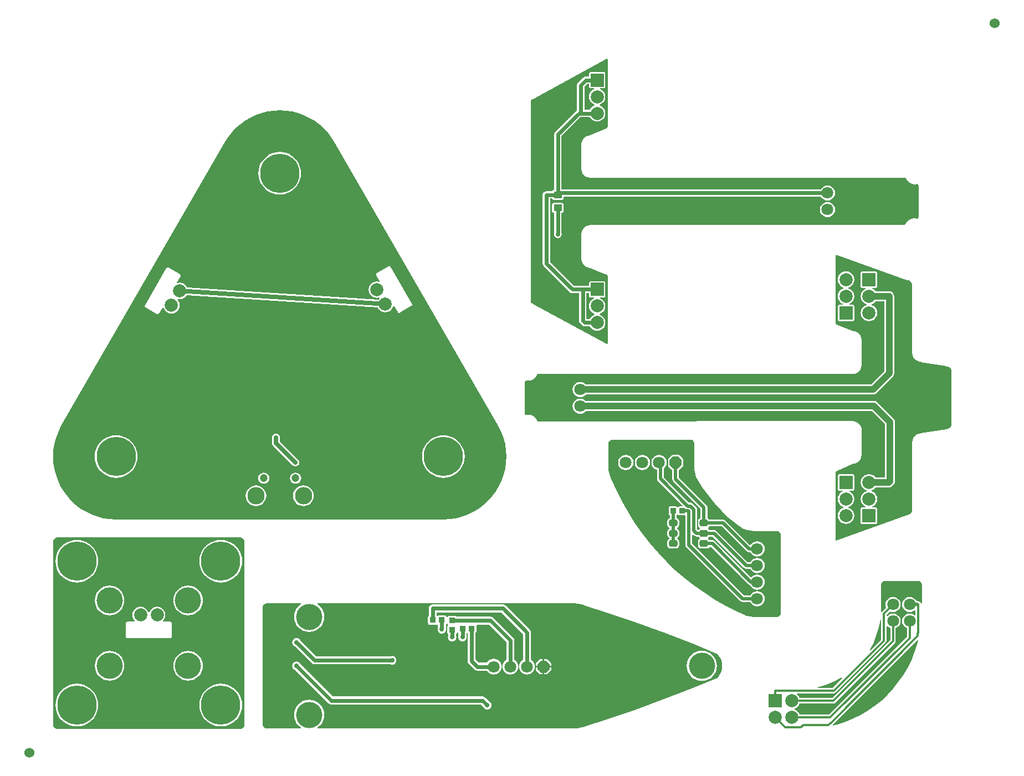
<source format=gbl>
G04 Layer_Physical_Order=2*
G04 Layer_Color=16711680*
%FSLAX44Y44*%
%MOMM*%
G71*
G01*
G75*
%ADD10C,1.0000*%
%ADD11R,0.8500X0.8500*%
%ADD13C,0.6000*%
%ADD14R,1.2500X1.0000*%
%ADD15R,0.8500X0.8500*%
%ADD17C,0.5000*%
%ADD18C,0.3000*%
G04:AMPARAMS|DCode=24|XSize=1.3mm|YSize=1mm|CornerRadius=0.25mm|HoleSize=0mm|Usage=FLASHONLY|Rotation=180.000|XOffset=0mm|YOffset=0mm|HoleType=Round|Shape=RoundedRectangle|*
%AMROUNDEDRECTD24*
21,1,1.3000,0.5000,0,0,180.0*
21,1,0.8000,1.0000,0,0,180.0*
1,1,0.5000,-0.4000,0.2500*
1,1,0.5000,0.4000,0.2500*
1,1,0.5000,0.4000,-0.2500*
1,1,0.5000,-0.4000,-0.2500*
%
%ADD24ROUNDEDRECTD24*%
%ADD25C,0.7000*%
%ADD28C,1.5240*%
%ADD29C,1.8000*%
%ADD30R,2.0000X2.0000*%
%ADD31C,2.0000*%
%ADD32C,4.0000*%
%ADD33C,6.0000*%
%ADD34C,0.7000*%
%ADD35P,1.9483X8X202.5*%
%ADD36C,1.2000*%
%ADD37C,2.6400*%
G36*
X901146Y1077355D02*
X901146Y976277D01*
X901146Y976102D01*
X901132Y974863D01*
X901030Y974137D01*
X901126Y974802D01*
X900962Y973655D01*
X900921Y973448D01*
X900226Y972409D01*
X899187Y971715D01*
X898871Y971652D01*
X898871Y971652D01*
X898483Y971470D01*
X874007Y961039D01*
X871396Y960695D01*
X868046Y959308D01*
X865170Y957101D01*
X862962Y954224D01*
X861575Y950875D01*
X861102Y947280D01*
X861102D01*
X861145Y947237D01*
X861063Y910386D01*
X860977Y909952D01*
X860932D01*
X861405Y906358D01*
X862793Y903008D01*
X865000Y900131D01*
X867876Y897924D01*
X871226Y896537D01*
X874821Y896064D01*
Y896091D01*
X874822Y896093D01*
X1356633Y896306D01*
X1357962Y893097D01*
X1360170Y890221D01*
X1363046Y888014D01*
X1366396Y886626D01*
X1369990Y886153D01*
Y886153D01*
X1371231Y886224D01*
X1374305Y886290D01*
X1375226Y885674D01*
X1375921Y884635D01*
X1375962Y884428D01*
X1376126Y883282D01*
X1376030Y883946D01*
X1375962Y884428D01*
X1375954Y884468D01*
X1376030Y883946D01*
X1376132Y883220D01*
X1376147Y881981D01*
X1376147Y881806D01*
Y838277D01*
X1376147Y838102D01*
X1376132Y836863D01*
X1376030Y836137D01*
X1376126Y836802D01*
X1375962Y835655D01*
X1375921Y835448D01*
X1375226Y834409D01*
X1374294Y833786D01*
X1369218Y833840D01*
X1368990Y833885D01*
Y833931D01*
X1365396Y833457D01*
X1362046Y832070D01*
X1359169Y829863D01*
X1356962Y826986D01*
X1355633Y823778D01*
X874992Y823991D01*
X874990Y824036D01*
X871396Y823562D01*
X868046Y822175D01*
X865170Y819968D01*
X862962Y817091D01*
X861575Y813742D01*
X861178Y810726D01*
X861062Y810138D01*
X861146Y772065D01*
X861102Y772020D01*
X861102D01*
X861575Y768425D01*
X862962Y765075D01*
X865170Y762199D01*
X868046Y759992D01*
X871396Y758604D01*
X874146Y758242D01*
X897428Y749029D01*
X897743Y748905D01*
X898862Y748435D01*
X899015Y748355D01*
X898875Y748429D01*
X899898Y747889D01*
X899015Y748355D01*
X899975Y747842D01*
X900226Y747674D01*
X900921Y746635D01*
X900962Y746428D01*
X901126Y745282D01*
X901030Y745946D01*
X900962Y746428D01*
X900954Y746468D01*
X901030Y745946D01*
X901132Y745220D01*
X901146Y743981D01*
X901146Y743806D01*
X901146Y642728D01*
X900055Y642078D01*
X787294Y703165D01*
X786821Y703421D01*
X786469Y703587D01*
X786461Y703593D01*
X786213Y703709D01*
X785155Y704280D01*
X784600Y704651D01*
X783834Y705798D01*
Y1014285D01*
X784600Y1015432D01*
X785926Y1016318D01*
X786213Y1016375D01*
X786213Y1016375D01*
X786455Y1016489D01*
X786461Y1016490D01*
X786470Y1016496D01*
X786821Y1016662D01*
X900055Y1078005D01*
X901146Y1077355D01*
D02*
G37*
G36*
X409431Y998768D02*
X418771Y997383D01*
X427931Y995089D01*
X436821Y991907D01*
X445357Y987870D01*
X453456Y983016D01*
X461041Y977391D01*
X468037Y971050D01*
X474378Y964053D01*
X480003Y956469D01*
X483239Y951071D01*
X483274Y951091D01*
X733274Y518078D01*
X733239Y518058D01*
X734857Y515357D01*
X738895Y506821D01*
X742076Y497931D01*
X744370Y488771D01*
X745756Y479431D01*
X746219Y470000D01*
X745756Y460569D01*
X744370Y451229D01*
X742076Y442069D01*
X738895Y433179D01*
X734857Y424643D01*
X730003Y416544D01*
X724378Y408959D01*
X718037Y401963D01*
X711041Y395622D01*
X703456Y389997D01*
X695357Y385143D01*
X686821Y381105D01*
X677931Y377924D01*
X668771Y375630D01*
X659431Y374244D01*
X650253Y373793D01*
X650000Y373844D01*
X150000D01*
X149747Y373793D01*
X140569Y374244D01*
X131229Y375630D01*
X122069Y377924D01*
X113179Y381105D01*
X104643Y385143D01*
X96544Y389997D01*
X88959Y395622D01*
X81963Y401963D01*
X75622Y408959D01*
X69997Y416544D01*
X65142Y424643D01*
X61105Y433179D01*
X57924Y442069D01*
X55630Y451229D01*
X54244Y460569D01*
X53781Y470000D01*
X54244Y479431D01*
X55630Y488771D01*
X57924Y497931D01*
X61105Y506821D01*
X65142Y515357D01*
X66761Y518058D01*
X66726Y518078D01*
X316726Y951091D01*
X316761Y951071D01*
X319997Y956469D01*
X325622Y964053D01*
X331963Y971050D01*
X338959Y977391D01*
X346544Y983016D01*
X354643Y987870D01*
X363179Y991907D01*
X372069Y995089D01*
X381229Y997383D01*
X390569Y998768D01*
X400000Y999232D01*
X409431Y998768D01*
D02*
G37*
G36*
X1358955Y739366D02*
X1359610Y739269D01*
X1359756Y739240D01*
X1359741Y739122D01*
X1360736Y738991D01*
X1362608Y738216D01*
X1364216Y736982D01*
X1365450Y735374D01*
X1366226Y733501D01*
X1366461Y731719D01*
X1366357Y730477D01*
X1366357Y730476D01*
X1366375Y729268D01*
X1366375Y629958D01*
X1366390Y629880D01*
X1366291Y629125D01*
X1366795Y625294D01*
X1368274Y621724D01*
X1370626Y618658D01*
X1373692Y616306D01*
X1377262Y614827D01*
X1379390Y614547D01*
X1379621Y614460D01*
X1418758Y607937D01*
X1419958Y607710D01*
Y607710D01*
X1419958Y607710D01*
X1421235Y607542D01*
X1422920Y606843D01*
X1424368Y605733D01*
X1425478Y604286D01*
X1426176Y602600D01*
X1426323Y601487D01*
X1426344Y600260D01*
X1426344Y600259D01*
X1426375Y599035D01*
X1426375Y598733D01*
X1426375Y521183D01*
X1426375Y520882D01*
X1426344Y519658D01*
X1426344Y519657D01*
X1426323Y518430D01*
X1426176Y517316D01*
X1425478Y515631D01*
X1424368Y514184D01*
X1422920Y513073D01*
X1421235Y512375D01*
X1419958Y512207D01*
X1419958Y512207D01*
Y512207D01*
X1418758Y511980D01*
X1379621Y505457D01*
X1379390Y505369D01*
X1377262Y505089D01*
X1373692Y503610D01*
X1370626Y501258D01*
X1368274Y498193D01*
X1366795Y494623D01*
X1366291Y490792D01*
X1366390Y490036D01*
X1366375Y489958D01*
X1366375Y390649D01*
X1366357Y389441D01*
X1366357Y389440D01*
X1366461Y388198D01*
X1366226Y386415D01*
X1365450Y384543D01*
X1364216Y382935D01*
X1362608Y381701D01*
X1360736Y380925D01*
X1359741Y380794D01*
X1359756Y380676D01*
X1359610Y380647D01*
X1358955Y380550D01*
X1250182Y341755D01*
X1249144Y342487D01*
X1249144Y443722D01*
X1249144Y443900D01*
X1249159Y445138D01*
X1249265Y445893D01*
X1249337Y446385D01*
X1249329Y446347D01*
X1249265Y445893D01*
X1249165Y445202D01*
X1249329Y446347D01*
X1249367Y446536D01*
X1250052Y447562D01*
X1251078Y448247D01*
X1251390Y448310D01*
X1251390Y448310D01*
X1251783Y448492D01*
X1276256Y458922D01*
X1278865Y459266D01*
X1282224Y460657D01*
X1285109Y462871D01*
X1287323Y465755D01*
X1288714Y469115D01*
X1289189Y472720D01*
X1289189D01*
X1289146Y472763D01*
X1289228Y509614D01*
X1289314Y510048D01*
X1289358D01*
X1288884Y513653D01*
X1287492Y517012D01*
X1285279Y519897D01*
X1282394Y522111D01*
X1279034Y523502D01*
X1275429Y523977D01*
Y523950D01*
X1275427Y523948D01*
X793643Y523735D01*
X792323Y526923D01*
X790109Y529808D01*
X787224Y532021D01*
X783865Y533413D01*
X780260Y533887D01*
Y533887D01*
X779019Y533817D01*
X775955Y533751D01*
X775052Y534355D01*
X774367Y535380D01*
X774329Y535570D01*
X774165Y536715D01*
X774265Y536024D01*
X774329Y535570D01*
X774337Y535531D01*
X774265Y536024D01*
X774159Y536779D01*
X774144Y538017D01*
X774144Y538195D01*
Y581722D01*
X774144Y581900D01*
X774159Y583138D01*
X774265Y583893D01*
X774337Y584385D01*
X774329Y584347D01*
X774265Y583893D01*
X774165Y583202D01*
X774329Y584347D01*
X774367Y584536D01*
X775052Y585562D01*
X775955Y586165D01*
X779019Y586099D01*
X780260Y586029D01*
Y586029D01*
X783865Y586504D01*
X787224Y587895D01*
X790109Y590109D01*
X792323Y592994D01*
X793643Y596182D01*
X1275258Y595969D01*
X1275260Y595924D01*
X1278865Y596399D01*
X1282224Y597790D01*
X1285109Y600004D01*
X1287323Y602889D01*
X1288714Y606248D01*
X1289112Y609267D01*
X1289229Y609862D01*
X1289144Y647936D01*
X1289189Y647980D01*
X1289189D01*
X1288714Y651586D01*
X1287323Y654945D01*
X1285109Y657830D01*
X1282224Y660043D01*
X1278865Y661435D01*
X1276117Y661797D01*
X1252838Y671008D01*
X1252519Y671134D01*
X1251401Y671603D01*
X1251221Y671698D01*
X1251386Y671609D01*
X1250360Y672153D01*
X1251221Y671698D01*
X1250289Y672197D01*
X1250052Y672355D01*
X1249367Y673380D01*
X1249329Y673570D01*
X1249165Y674715D01*
X1249265Y674024D01*
X1249329Y673570D01*
X1249337Y673531D01*
X1249265Y674024D01*
X1249159Y674779D01*
X1249144Y676016D01*
X1249144Y676195D01*
X1249144Y777430D01*
X1250182Y778161D01*
X1358955Y739366D01*
D02*
G37*
G36*
X1028447Y495833D02*
X1029717Y495580D01*
X1031561Y494348D01*
X1032794Y492503D01*
X1033156Y490680D01*
Y455827D01*
X1033146Y455815D01*
X1033137Y455815D01*
X1033542Y449642D01*
X1034779Y443421D01*
X1036363Y438755D01*
X1036391Y438615D01*
X1036391Y438615D01*
X1036411Y438513D01*
X1036560Y438290D01*
X1036642Y438133D01*
X1036960Y437538D01*
X1038402Y434841D01*
X1046411Y421962D01*
X1055245Y409634D01*
X1064866Y397910D01*
X1075234Y386840D01*
X1086303Y376473D01*
X1098027Y366851D01*
X1107355Y360167D01*
X1107374Y360193D01*
X1108054Y359739D01*
X1108191Y359711D01*
X1109043Y359291D01*
X1114545Y357424D01*
X1120243Y356290D01*
X1126041Y355910D01*
X1126917Y355967D01*
X1127041Y355943D01*
X1158496D01*
X1159541Y355943D01*
X1159745Y355954D01*
X1160947Y355833D01*
X1162216Y355580D01*
X1164061Y354348D01*
X1165294Y352503D01*
X1165656Y350680D01*
Y230827D01*
X1165689Y230660D01*
X1165252Y228462D01*
X1163912Y226456D01*
X1161907Y225116D01*
X1159708Y224679D01*
X1159541Y224712D01*
X1127204D01*
X1126041Y224712D01*
X1125945Y224710D01*
X1124681Y224667D01*
X1119302Y225091D01*
X1113703Y226435D01*
X1111286Y227436D01*
X1110123Y227930D01*
Y227930D01*
X1110123Y227930D01*
X1100153Y232349D01*
X1083074Y240946D01*
X1066437Y250371D01*
X1050283Y260600D01*
X1034650Y271610D01*
X1019576Y283374D01*
X1005098Y295863D01*
X991250Y309048D01*
X978065Y322896D01*
X965576Y337374D01*
X953812Y352448D01*
X942802Y368081D01*
X932573Y384235D01*
X923148Y400872D01*
X914551Y417951D01*
X906803Y435431D01*
X904693Y440901D01*
X904695Y440906D01*
X904695Y440905D01*
X903879Y442874D01*
X902386Y449094D01*
X901913Y455103D01*
X901958Y455327D01*
Y488752D01*
X901988Y489960D01*
X902183Y491184D01*
X902798Y492668D01*
X903855Y494046D01*
X905232Y495103D01*
X906836Y495767D01*
X907945Y495913D01*
X909173Y495912D01*
X909174Y495912D01*
X910392Y495943D01*
X910773Y495943D01*
X1025996D01*
X1027041Y495943D01*
X1027245Y495954D01*
X1028447Y495833D01*
D02*
G37*
G36*
X342381Y345749D02*
X344400Y344400D01*
X345749Y342381D01*
X346189Y340167D01*
X346156Y340000D01*
Y60000D01*
X346189Y59833D01*
X345749Y57619D01*
X344400Y55600D01*
X342381Y54251D01*
X340167Y53811D01*
X340000Y53844D01*
X60000D01*
X59833Y53811D01*
X57619Y54251D01*
X55600Y55600D01*
X54251Y57619D01*
X53811Y59833D01*
X53844Y60000D01*
Y340000D01*
X53811Y340167D01*
X54251Y342381D01*
X55600Y344400D01*
X57619Y345749D01*
X59833Y346189D01*
X60000Y346156D01*
X340000D01*
X340167Y346189D01*
X342381Y345749D01*
D02*
G37*
G36*
X1377366Y279527D02*
X1379372Y278187D01*
X1380712Y276181D01*
X1381149Y273983D01*
X1381116Y273815D01*
Y245416D01*
X1379846Y245291D01*
X1379748Y245782D01*
X1378634Y247449D01*
X1376967Y248563D01*
X1375000Y248954D01*
X1372863D01*
X1372581Y249635D01*
X1370731Y252046D01*
X1368320Y253896D01*
X1365513Y255058D01*
X1362500Y255455D01*
X1359488Y255058D01*
X1356681Y253896D01*
X1354270Y252046D01*
X1352420Y249635D01*
X1351257Y246828D01*
X1350861Y243815D01*
X1351257Y240803D01*
X1352420Y237996D01*
X1354270Y235585D01*
X1356681Y233735D01*
X1359488Y232573D01*
X1362500Y232176D01*
X1365513Y232573D01*
X1368320Y233735D01*
X1370151Y235140D01*
X1371421Y234514D01*
Y227717D01*
X1370151Y227091D01*
X1368320Y228496D01*
X1365513Y229659D01*
X1362500Y230055D01*
X1359488Y229659D01*
X1356681Y228496D01*
X1354270Y226646D01*
X1352420Y224235D01*
X1351257Y221428D01*
X1350861Y218416D01*
X1351257Y215403D01*
X1352420Y212596D01*
X1354270Y210185D01*
X1356681Y208335D01*
X1358381Y207631D01*
Y194022D01*
X1239594Y75235D01*
X1194567D01*
X1193654Y77440D01*
X1191644Y80059D01*
X1189025Y82069D01*
X1186468Y83128D01*
Y84503D01*
X1189025Y85562D01*
X1191644Y87572D01*
X1193654Y90191D01*
X1194567Y92396D01*
X1245700D01*
X1247277Y92710D01*
X1248613Y93603D01*
X1340013Y185003D01*
X1340906Y186339D01*
X1341220Y187915D01*
Y207631D01*
X1342920Y208335D01*
X1345331Y210185D01*
X1347181Y212596D01*
X1348343Y215403D01*
X1348740Y218416D01*
X1348343Y221428D01*
X1347181Y224235D01*
X1345331Y226646D01*
X1342920Y228496D01*
X1340113Y229659D01*
X1337100Y230055D01*
X1334088Y229659D01*
X1331281Y228496D01*
X1328870Y226646D01*
X1328322Y225932D01*
X1327120Y226340D01*
Y228009D01*
X1332387Y233277D01*
X1334088Y232573D01*
X1337100Y232176D01*
X1340113Y232573D01*
X1342920Y233735D01*
X1345331Y235585D01*
X1347181Y237996D01*
X1348343Y240803D01*
X1348740Y243815D01*
X1348343Y246828D01*
X1347181Y249635D01*
X1345331Y252046D01*
X1342920Y253896D01*
X1340113Y255058D01*
X1337100Y255455D01*
X1334088Y255058D01*
X1331281Y253896D01*
X1328870Y252046D01*
X1327020Y249635D01*
X1325858Y246828D01*
X1325461Y243815D01*
X1325858Y240803D01*
X1326562Y239102D01*
X1320088Y232628D01*
X1320019Y232525D01*
X1318766Y232936D01*
X1318979Y237820D01*
X1318837Y241073D01*
X1318885Y241315D01*
Y272771D01*
X1318885Y273815D01*
X1318874Y274019D01*
X1318995Y275221D01*
X1319248Y276491D01*
X1320480Y278336D01*
X1322325Y279568D01*
X1324148Y279931D01*
X1375000D01*
X1375167Y279964D01*
X1377366Y279527D01*
D02*
G37*
G36*
X1318881Y220173D02*
Y190293D01*
X1302487Y173900D01*
X1301497Y174694D01*
X1302477Y176232D01*
X1307438Y185763D01*
X1311550Y195691D01*
X1314782Y205940D01*
X1317108Y216431D01*
X1317611Y220256D01*
X1318881Y220173D01*
D02*
G37*
G36*
X1259723Y131135D02*
X1244823Y116235D01*
X1221794D01*
X1221655Y117505D01*
X1227683Y118841D01*
X1237932Y122072D01*
X1247859Y126185D01*
X1257391Y131146D01*
X1258928Y132126D01*
X1259723Y131135D01*
D02*
G37*
G36*
X1328870Y210185D02*
X1331281Y208335D01*
X1332981Y207631D01*
Y189622D01*
X1243994Y100635D01*
X1194567D01*
X1193654Y102840D01*
X1191644Y105459D01*
X1189993Y106726D01*
X1190424Y107996D01*
X1246529D01*
X1248105Y108310D01*
X1249442Y109203D01*
X1325913Y185674D01*
X1326806Y187011D01*
X1327120Y188587D01*
Y210491D01*
X1328322Y210899D01*
X1328870Y210185D01*
D02*
G37*
G36*
X1375752Y189009D02*
X1374024Y182239D01*
X1369971Y170062D01*
X1365060Y158206D01*
X1359315Y146729D01*
X1352766Y135692D01*
X1345447Y125150D01*
X1337394Y115157D01*
X1328649Y105764D01*
X1319256Y97019D01*
X1309263Y88967D01*
X1298721Y81647D01*
X1287684Y75098D01*
X1276208Y69354D01*
X1264351Y64443D01*
X1252174Y60390D01*
X1245490Y58684D01*
X1244838Y59828D01*
X1374648Y189638D01*
X1375752Y189009D01*
D02*
G37*
G36*
X380000Y245646D02*
X432222D01*
X432531Y244414D01*
X432160Y244216D01*
X428658Y241342D01*
X425784Y237840D01*
X423648Y233844D01*
X422333Y229509D01*
X421889Y225000D01*
X422333Y220491D01*
X423648Y216156D01*
X425784Y212160D01*
X428658Y208658D01*
X432160Y205784D01*
X436156Y203648D01*
X440491Y202333D01*
X445000Y201889D01*
X449509Y202333D01*
X453844Y203648D01*
X457840Y205784D01*
X461342Y208658D01*
X464216Y212160D01*
X466352Y216156D01*
X467667Y220491D01*
X468111Y225000D01*
X467667Y229509D01*
X466352Y233844D01*
X464216Y237840D01*
X461342Y241342D01*
X457840Y244216D01*
X457469Y244414D01*
X457778Y245646D01*
X849867D01*
X849874Y245639D01*
X849874Y245639D01*
X849874Y245639D01*
X855075Y245298D01*
X861636Y243993D01*
X865865Y242557D01*
X867042Y242138D01*
X867043Y242138D01*
X867043Y242138D01*
X867963Y241845D01*
X899955Y231675D01*
X944732Y216387D01*
X989175Y200152D01*
X1033263Y182977D01*
X1068940Y168200D01*
X1071142Y165621D01*
X1073321Y162065D01*
X1074917Y158212D01*
X1075891Y154157D01*
X1076218Y150000D01*
X1075891Y145843D01*
X1074917Y141788D01*
X1073321Y137935D01*
X1071142Y134379D01*
X1068940Y131800D01*
X1033263Y117023D01*
X989175Y99848D01*
X944732Y83613D01*
X899955Y68325D01*
X867963Y58155D01*
X867043Y57862D01*
Y57862D01*
X866780Y57753D01*
X865596Y57351D01*
X861636Y56007D01*
X855075Y54702D01*
X849874Y54361D01*
X849874Y54361D01*
Y54361D01*
X849867Y54354D01*
X457778D01*
X457469Y55586D01*
X457840Y55784D01*
X461342Y58658D01*
X464216Y62160D01*
X466352Y66156D01*
X467667Y70491D01*
X468111Y75000D01*
X467667Y79509D01*
X466352Y83844D01*
X464216Y87840D01*
X461342Y91342D01*
X457840Y94216D01*
X453844Y96352D01*
X449509Y97667D01*
X445000Y98111D01*
X440491Y97667D01*
X436156Y96352D01*
X432160Y94216D01*
X428658Y91342D01*
X425784Y87840D01*
X423648Y83844D01*
X422333Y79509D01*
X421889Y75000D01*
X422333Y70491D01*
X423648Y66156D01*
X425784Y62160D01*
X428658Y58658D01*
X432160Y55784D01*
X432531Y55586D01*
X432222Y54354D01*
X380000D01*
X379833Y54320D01*
X377814Y54722D01*
X375960Y55960D01*
X374722Y57814D01*
X374320Y59833D01*
X374354Y60000D01*
Y240000D01*
X374320Y240167D01*
X374722Y242186D01*
X375960Y244040D01*
X377814Y245278D01*
X379833Y245680D01*
X380000Y245646D01*
D02*
G37*
%LPC*%
G36*
X894990Y1057991D02*
X874990D01*
X874015Y1057797D01*
X873188Y1057244D01*
X872635Y1056417D01*
X872441Y1055442D01*
Y1051049D01*
X867890D01*
X865744Y1050622D01*
X863925Y1049407D01*
X856025Y1041507D01*
X854809Y1039688D01*
X854383Y1037542D01*
Y999447D01*
X853125Y998607D01*
X821025Y966507D01*
X819809Y964688D01*
X819383Y962542D01*
Y877591D01*
X818740D01*
X817765Y877397D01*
X816938Y876844D01*
X816385Y876017D01*
X816312Y875649D01*
X807490D01*
X805344Y875222D01*
X803525Y874007D01*
X802309Y872188D01*
X801883Y870042D01*
Y765042D01*
X802309Y762896D01*
X803525Y761076D01*
X843125Y721476D01*
X844944Y720261D01*
X847090Y719834D01*
X857283D01*
Y677942D01*
X857710Y675796D01*
X858925Y673976D01*
X862225Y670676D01*
X864044Y669461D01*
X866190Y669034D01*
X873783D01*
X874072Y668338D01*
X876075Y665726D01*
X878686Y663723D01*
X881727Y662463D01*
X884990Y662034D01*
X888253Y662463D01*
X891294Y663723D01*
X893905Y665726D01*
X895909Y668338D01*
X897169Y671378D01*
X897598Y674642D01*
X897169Y677905D01*
X895909Y680946D01*
X893905Y683557D01*
X891294Y685560D01*
X888568Y686690D01*
X888567Y686692D01*
Y687992D01*
X888568Y687993D01*
X891294Y689123D01*
X893905Y691126D01*
X895909Y693738D01*
X897169Y696778D01*
X897598Y700042D01*
X897169Y703305D01*
X895909Y706346D01*
X893905Y708957D01*
X891294Y710960D01*
X889695Y711623D01*
X889948Y712893D01*
X894990D01*
X895966Y713087D01*
X896793Y713639D01*
X897345Y714466D01*
X897539Y715442D01*
Y735442D01*
X897345Y736417D01*
X896793Y737244D01*
X895966Y737797D01*
X894990Y737991D01*
X874990D01*
X874015Y737797D01*
X873188Y737244D01*
X872635Y736417D01*
X872441Y735442D01*
Y731049D01*
X849413D01*
X813098Y767365D01*
Y864434D01*
X816312D01*
X816385Y864066D01*
X816938Y863239D01*
X817765Y862687D01*
X818740Y862493D01*
X831240D01*
X832216Y862687D01*
X833043Y863239D01*
X833595Y864066D01*
X833789Y865042D01*
Y867134D01*
X1226866D01*
X1226945Y866942D01*
X1228789Y864540D01*
X1231191Y862696D01*
X1233988Y861538D01*
X1236990Y861142D01*
X1239993Y861538D01*
X1242790Y862696D01*
X1245192Y864540D01*
X1247036Y866942D01*
X1248194Y869740D01*
X1248590Y872742D01*
X1248194Y875744D01*
X1247036Y878541D01*
X1245192Y880944D01*
X1242790Y882787D01*
X1239993Y883946D01*
X1236990Y884341D01*
X1233988Y883946D01*
X1231191Y882787D01*
X1228789Y880944D01*
X1226945Y878541D01*
X1226866Y878349D01*
X830598D01*
Y960219D01*
X859413Y989034D01*
X873783D01*
X874072Y988338D01*
X876075Y985727D01*
X878686Y983723D01*
X881727Y982463D01*
X884990Y982034D01*
X888253Y982463D01*
X891294Y983723D01*
X893905Y985727D01*
X895909Y988338D01*
X897169Y991378D01*
X897598Y994642D01*
X897169Y997905D01*
X895909Y1000946D01*
X893905Y1003557D01*
X891294Y1005560D01*
X888568Y1006690D01*
X888567Y1006692D01*
Y1007992D01*
X888568Y1007993D01*
X891294Y1009123D01*
X893905Y1011127D01*
X895909Y1013738D01*
X897169Y1016778D01*
X897598Y1020042D01*
X897169Y1023305D01*
X895909Y1026346D01*
X893905Y1028957D01*
X891294Y1030960D01*
X889695Y1031623D01*
X889948Y1032893D01*
X894990D01*
X895966Y1033087D01*
X896793Y1033639D01*
X897345Y1034466D01*
X897539Y1035442D01*
Y1055442D01*
X897345Y1056417D01*
X896793Y1057244D01*
X895966Y1057797D01*
X894990Y1057991D01*
D02*
G37*
G36*
X901030Y974137D02*
X900954Y973615D01*
X900962Y973655D01*
X901030Y974137D01*
D02*
G37*
G36*
X1236990Y858941D02*
X1233988Y858546D01*
X1231191Y857387D01*
X1228789Y855544D01*
X1226945Y853141D01*
X1225786Y850344D01*
X1225391Y847342D01*
X1225786Y844340D01*
X1226945Y841542D01*
X1228789Y839140D01*
X1231191Y837296D01*
X1233988Y836138D01*
X1236990Y835742D01*
X1239993Y836138D01*
X1242790Y837296D01*
X1245192Y839140D01*
X1247036Y841542D01*
X1248194Y844340D01*
X1248590Y847342D01*
X1248194Y850344D01*
X1247036Y853141D01*
X1245192Y855544D01*
X1242790Y857387D01*
X1239993Y858546D01*
X1236990Y858941D01*
D02*
G37*
G36*
X1376030Y836137D02*
X1375954Y835615D01*
X1375962Y835655D01*
X1376030Y836137D01*
D02*
G37*
G36*
X831240Y857591D02*
X818740D01*
X817765Y857397D01*
X816938Y856844D01*
X816385Y856017D01*
X816191Y855042D01*
Y845042D01*
X816385Y844066D01*
X816938Y843239D01*
X817765Y842687D01*
X818740Y842493D01*
X819383D01*
Y812449D01*
X819339Y812383D01*
X818873Y810042D01*
X819339Y807701D01*
X820665Y805716D01*
X822649Y804390D01*
X824990Y803924D01*
X827331Y804390D01*
X829316Y805716D01*
X830642Y807701D01*
X831108Y810042D01*
X830642Y812383D01*
X830598Y812449D01*
Y842493D01*
X831240D01*
X832216Y842687D01*
X833043Y843239D01*
X833595Y844066D01*
X833789Y845042D01*
Y855042D01*
X833595Y856017D01*
X833043Y856844D01*
X832216Y857397D01*
X831240Y857591D01*
D02*
G37*
%LPD*%
G36*
X872441Y1035442D02*
X872635Y1034466D01*
X873188Y1033639D01*
X874015Y1033087D01*
X874990Y1032893D01*
X880033D01*
X880285Y1031623D01*
X878686Y1030960D01*
X876075Y1028957D01*
X874072Y1026346D01*
X872812Y1023305D01*
X872383Y1020042D01*
X872812Y1016778D01*
X874072Y1013738D01*
X876075Y1011127D01*
X878686Y1009123D01*
X881413Y1007993D01*
X881414Y1007992D01*
Y1006692D01*
X881413Y1006690D01*
X878686Y1005560D01*
X876075Y1003557D01*
X874072Y1000946D01*
X873783Y1000249D01*
X865598D01*
Y1035219D01*
X870213Y1039834D01*
X872441D01*
Y1035442D01*
D02*
G37*
G36*
Y715442D02*
X872635Y714466D01*
X873188Y713639D01*
X874015Y713087D01*
X874990Y712893D01*
X880033D01*
X880285Y711623D01*
X878686Y710960D01*
X876075Y708957D01*
X874072Y706346D01*
X872812Y703305D01*
X872383Y700042D01*
X872812Y696778D01*
X874072Y693738D01*
X876075Y691126D01*
X878686Y689123D01*
X881413Y687993D01*
X881414Y687992D01*
Y686692D01*
X881413Y686690D01*
X878686Y685560D01*
X876075Y683557D01*
X874072Y680946D01*
X873783Y680249D01*
X868513D01*
X868498Y680265D01*
Y719834D01*
X872441D01*
Y715442D01*
D02*
G37*
%LPC*%
G36*
X400000Y935613D02*
X394900Y935212D01*
X389926Y934018D01*
X385200Y932060D01*
X380838Y929387D01*
X376948Y926065D01*
X373626Y922175D01*
X370953Y917813D01*
X368995Y913087D01*
X367801Y908113D01*
X367399Y903013D01*
X367801Y897913D01*
X368995Y892939D01*
X370953Y888212D01*
X373626Y883851D01*
X376948Y879961D01*
X380838Y876638D01*
X385200Y873966D01*
X389926Y872008D01*
X394900Y870814D01*
X400000Y870412D01*
X405100Y870814D01*
X410074Y872008D01*
X414800Y873966D01*
X419162Y876638D01*
X423052Y879961D01*
X426374Y883851D01*
X429047Y888212D01*
X431005Y892939D01*
X432199Y897913D01*
X432601Y903013D01*
X432199Y908113D01*
X431005Y913087D01*
X429047Y917813D01*
X426374Y922175D01*
X423052Y926065D01*
X419162Y929387D01*
X414800Y932060D01*
X410074Y934018D01*
X405100Y935212D01*
X400000Y935613D01*
D02*
G37*
G36*
X566823Y761086D02*
X565881Y760766D01*
X565881Y760766D01*
X548561Y750766D01*
X547813Y750110D01*
X547373Y749218D01*
X547308Y748226D01*
X547628Y747284D01*
X552953Y738061D01*
X552115Y737106D01*
X551913Y737190D01*
X548650Y737619D01*
X545387Y737190D01*
X542346Y735930D01*
X539735Y733926D01*
X537731Y731315D01*
X536472Y728274D01*
X536042Y725011D01*
X536472Y721748D01*
X537731Y718707D01*
X539735Y716096D01*
X542346Y714093D01*
X545387Y712833D01*
X548650Y712403D01*
X551576Y712789D01*
X551577Y712787D01*
X552227Y711662D01*
X552228Y711660D01*
X550813Y709815D01*
X258639Y728422D01*
X258269Y729315D01*
X256265Y731926D01*
X253654Y733930D01*
X250613Y735190D01*
X247350Y735619D01*
X244087Y735190D01*
X243885Y735106D01*
X243047Y736061D01*
X248372Y745284D01*
X248692Y746226D01*
X248627Y747218D01*
X248187Y748110D01*
X247439Y748766D01*
X230119Y758766D01*
X230119Y758766D01*
X229177Y759086D01*
X228185Y759021D01*
X227293Y758581D01*
X226637Y757833D01*
X194137Y701541D01*
X193817Y700600D01*
X193882Y699607D01*
X194322Y698715D01*
X195070Y698059D01*
X212390Y688059D01*
X212390Y688059D01*
X213332Y687740D01*
X214325Y687805D01*
X215217Y688245D01*
X215872Y688992D01*
X221197Y698216D01*
X222443Y697968D01*
X222472Y697751D01*
X223731Y694710D01*
X225735Y692099D01*
X228346Y690096D01*
X231387Y688836D01*
X234650Y688406D01*
X237913Y688836D01*
X240954Y690096D01*
X243565Y692099D01*
X245569Y694710D01*
X246828Y697751D01*
X247258Y701014D01*
X246828Y704277D01*
X245569Y707318D01*
X243772Y709660D01*
X243773Y709662D01*
X244422Y710787D01*
X244424Y710789D01*
X247350Y710403D01*
X250613Y710833D01*
X253654Y712093D01*
X256265Y714096D01*
X257887Y716210D01*
X550061Y697603D01*
X550431Y696710D01*
X552435Y694099D01*
X555046Y692095D01*
X558087Y690836D01*
X561350Y690406D01*
X564613Y690836D01*
X567654Y692095D01*
X570265Y694099D01*
X572269Y696710D01*
X573528Y699751D01*
X573557Y699968D01*
X574803Y700216D01*
X580128Y690992D01*
X580783Y690245D01*
X581675Y689805D01*
X582668Y689740D01*
X583610Y690060D01*
X583610Y690060D01*
X600930Y700060D01*
X601678Y700715D01*
X602118Y701607D01*
X602183Y702600D01*
X601863Y703541D01*
X569363Y759833D01*
X568707Y760581D01*
X567815Y761021D01*
X566823Y761086D01*
D02*
G37*
G36*
X394250Y505130D02*
X391909Y504665D01*
X389924Y503339D01*
X388598Y501354D01*
X388132Y499013D01*
Y490763D01*
X388598Y488422D01*
X389924Y486437D01*
X419674Y456687D01*
X421659Y455361D01*
X424000Y454895D01*
X426341Y455361D01*
X428326Y456687D01*
X429652Y458672D01*
X430117Y461013D01*
X429652Y463354D01*
X428326Y465339D01*
X400368Y493297D01*
Y499013D01*
X399902Y501354D01*
X398576Y503339D01*
X396591Y504665D01*
X394250Y505130D01*
D02*
G37*
G36*
X650000Y502603D02*
X644900Y502202D01*
X639926Y501008D01*
X635200Y499050D01*
X630838Y496377D01*
X626948Y493055D01*
X623626Y489165D01*
X620953Y484803D01*
X618995Y480077D01*
X617801Y475103D01*
X617399Y470003D01*
X617801Y464903D01*
X618995Y459929D01*
X620953Y455202D01*
X623626Y450841D01*
X626948Y446951D01*
X630838Y443628D01*
X635200Y440956D01*
X639926Y438998D01*
X644900Y437804D01*
X650000Y437402D01*
X655100Y437804D01*
X660074Y438998D01*
X664800Y440956D01*
X669162Y443628D01*
X673052Y446951D01*
X676374Y450841D01*
X679047Y455202D01*
X681005Y459929D01*
X682199Y464903D01*
X682600Y470003D01*
X682199Y475103D01*
X681005Y480077D01*
X679047Y484803D01*
X676374Y489165D01*
X673052Y493055D01*
X669162Y496377D01*
X664800Y499050D01*
X660074Y501008D01*
X655100Y502202D01*
X650000Y502603D01*
D02*
G37*
G36*
X150000D02*
X144900Y502202D01*
X139926Y501008D01*
X135200Y499050D01*
X130838Y496377D01*
X126948Y493055D01*
X123626Y489165D01*
X120953Y484803D01*
X118995Y480077D01*
X117801Y475103D01*
X117400Y470003D01*
X117801Y464903D01*
X118995Y459929D01*
X120953Y455202D01*
X123626Y450841D01*
X126948Y446951D01*
X130838Y443628D01*
X135200Y440956D01*
X139926Y438998D01*
X144900Y437804D01*
X150000Y437402D01*
X155100Y437804D01*
X160074Y438998D01*
X164800Y440956D01*
X169162Y443628D01*
X173052Y446951D01*
X176374Y450841D01*
X179047Y455202D01*
X181005Y459929D01*
X182199Y464903D01*
X182600Y470003D01*
X182199Y475103D01*
X181005Y480077D01*
X179047Y484803D01*
X176374Y489165D01*
X173052Y493055D01*
X169162Y496377D01*
X164800Y499050D01*
X160074Y501008D01*
X155100Y502202D01*
X150000Y502603D01*
D02*
G37*
G36*
X424250Y445386D02*
X422031Y445094D01*
X419963Y444238D01*
X418188Y442875D01*
X416825Y441099D01*
X415969Y439032D01*
X415677Y436813D01*
X415969Y434594D01*
X416825Y432526D01*
X418188Y430751D01*
X419963Y429388D01*
X422031Y428532D01*
X424250Y428239D01*
X426469Y428532D01*
X428537Y429388D01*
X430312Y430751D01*
X431675Y432526D01*
X432531Y434594D01*
X432823Y436813D01*
X432531Y439032D01*
X431675Y441099D01*
X430312Y442875D01*
X428537Y444238D01*
X426469Y445094D01*
X424250Y445386D01*
D02*
G37*
G36*
X375750D02*
X373531Y445094D01*
X371463Y444238D01*
X369688Y442875D01*
X368325Y441099D01*
X367469Y439032D01*
X367177Y436813D01*
X367469Y434594D01*
X368325Y432526D01*
X369688Y430751D01*
X371463Y429388D01*
X373531Y428532D01*
X375750Y428239D01*
X377969Y428532D01*
X380037Y429388D01*
X381812Y430751D01*
X383175Y432526D01*
X384031Y434594D01*
X384323Y436813D01*
X384031Y439032D01*
X383175Y441099D01*
X381812Y442875D01*
X380037Y444238D01*
X377969Y445094D01*
X375750Y445386D01*
D02*
G37*
G36*
X436250Y425789D02*
X433172Y425486D01*
X430213Y424588D01*
X427485Y423130D01*
X425095Y421168D01*
X423133Y418777D01*
X421675Y416050D01*
X420777Y413091D01*
X420474Y410013D01*
X420777Y406935D01*
X421675Y403975D01*
X423133Y401248D01*
X425095Y398857D01*
X427485Y396895D01*
X430213Y395438D01*
X433172Y394540D01*
X436250Y394237D01*
X439328Y394540D01*
X442287Y395438D01*
X445015Y396895D01*
X447405Y398857D01*
X449367Y401248D01*
X450825Y403975D01*
X451723Y406935D01*
X452026Y410013D01*
X451723Y413091D01*
X450825Y416050D01*
X449367Y418777D01*
X447405Y421168D01*
X445015Y423130D01*
X442287Y424588D01*
X439328Y425486D01*
X436250Y425789D01*
D02*
G37*
G36*
X363750D02*
X360672Y425486D01*
X357713Y424588D01*
X354985Y423130D01*
X352595Y421168D01*
X350633Y418777D01*
X349175Y416050D01*
X348277Y413091D01*
X347974Y410013D01*
X348277Y406935D01*
X349175Y403975D01*
X350633Y401248D01*
X352595Y398857D01*
X354985Y396895D01*
X357713Y395438D01*
X360672Y394540D01*
X363750Y394237D01*
X366828Y394540D01*
X369787Y395438D01*
X372515Y396895D01*
X374905Y398857D01*
X376867Y401248D01*
X378325Y403975D01*
X379223Y406935D01*
X379526Y410013D01*
X379223Y413091D01*
X378325Y416050D01*
X376867Y418777D01*
X374905Y421168D01*
X372515Y423130D01*
X369787Y424588D01*
X366828Y425486D01*
X363750Y425789D01*
D02*
G37*
G36*
X1265260Y753007D02*
X1261986Y752576D01*
X1258935Y751312D01*
X1256316Y749302D01*
X1254306Y746682D01*
X1253042Y743632D01*
X1252611Y740358D01*
X1253042Y737085D01*
X1254306Y734034D01*
X1256316Y731415D01*
X1258935Y729405D01*
X1261492Y728346D01*
Y726971D01*
X1258935Y725912D01*
X1256316Y723902D01*
X1254306Y721282D01*
X1253042Y718232D01*
X1252611Y714958D01*
X1253042Y711685D01*
X1254306Y708634D01*
X1256316Y706015D01*
X1258935Y704005D01*
X1260352Y703418D01*
X1260099Y702148D01*
X1255260D01*
X1254268Y701951D01*
X1253428Y701389D01*
X1252867Y700549D01*
X1252670Y699558D01*
Y679558D01*
X1252867Y678567D01*
X1253428Y677727D01*
X1254268Y677166D01*
X1255260Y676969D01*
X1275260D01*
X1276251Y677166D01*
X1277091Y677727D01*
X1277652Y678567D01*
X1277849Y679558D01*
Y699558D01*
X1277652Y700549D01*
X1277091Y701389D01*
X1276251Y701951D01*
X1275260Y702148D01*
X1270420D01*
X1270168Y703418D01*
X1271584Y704005D01*
X1274203Y706015D01*
X1276213Y708634D01*
X1277477Y711685D01*
X1277908Y714958D01*
X1277477Y718232D01*
X1276213Y721282D01*
X1274203Y723902D01*
X1271584Y725912D01*
X1269027Y726971D01*
Y728346D01*
X1271584Y729405D01*
X1274203Y731415D01*
X1276213Y734034D01*
X1277477Y737085D01*
X1277908Y740358D01*
X1277477Y743632D01*
X1276213Y746682D01*
X1274203Y749302D01*
X1271584Y751312D01*
X1268533Y752576D01*
X1265260Y753007D01*
D02*
G37*
G36*
X1310260Y752948D02*
X1290260D01*
X1289268Y752751D01*
X1288428Y752189D01*
X1287867Y751349D01*
X1287670Y750358D01*
Y730358D01*
X1287867Y729367D01*
X1288428Y728527D01*
X1289268Y727966D01*
X1290260Y727768D01*
X1295099D01*
X1295352Y726498D01*
X1293936Y725912D01*
X1291316Y723902D01*
X1289306Y721282D01*
X1288042Y718232D01*
X1287611Y714958D01*
X1288042Y711685D01*
X1289306Y708634D01*
X1291316Y706015D01*
X1293936Y704005D01*
X1296492Y702946D01*
Y701571D01*
X1293936Y700512D01*
X1291316Y698502D01*
X1289306Y695882D01*
X1288042Y692832D01*
X1287611Y689558D01*
X1288042Y686285D01*
X1289306Y683234D01*
X1291316Y680615D01*
X1293936Y678605D01*
X1296986Y677341D01*
X1300260Y676910D01*
X1303533Y677341D01*
X1306584Y678605D01*
X1309203Y680615D01*
X1311213Y683234D01*
X1312477Y686285D01*
X1312908Y689558D01*
X1312477Y692832D01*
X1311213Y695882D01*
X1309203Y698502D01*
X1306584Y700512D01*
X1304027Y701571D01*
Y702946D01*
X1306584Y704005D01*
X1309203Y706015D01*
X1310230Y707353D01*
X1323654D01*
Y600108D01*
X1303810Y580263D01*
X867740D01*
X867490Y580589D01*
X865079Y582438D01*
X862272Y583601D01*
X859260Y583998D01*
X856247Y583601D01*
X853440Y582438D01*
X851029Y580589D01*
X849180Y578178D01*
X848017Y575371D01*
X847620Y572358D01*
X848017Y569346D01*
X849180Y566539D01*
X851029Y564128D01*
X853440Y562278D01*
X856247Y561115D01*
X859260Y560719D01*
X862272Y561115D01*
X865079Y562278D01*
X867490Y564128D01*
X868200Y565053D01*
X1306960D01*
X1308928Y565312D01*
X1310002Y565757D01*
X1310762Y566072D01*
X1312337Y567281D01*
X1336637Y591581D01*
X1337846Y593156D01*
X1338605Y594990D01*
X1338865Y596958D01*
Y714958D01*
X1338605Y716927D01*
X1337846Y718761D01*
X1336637Y720336D01*
X1335062Y721544D01*
X1333228Y722304D01*
X1331260Y722563D01*
X1310230D01*
X1309203Y723902D01*
X1306584Y725912D01*
X1305168Y726498D01*
X1305420Y727768D01*
X1310260D01*
X1311251Y727966D01*
X1312091Y728527D01*
X1312652Y729367D01*
X1312849Y730358D01*
Y750358D01*
X1312652Y751349D01*
X1312091Y752189D01*
X1311251Y752751D01*
X1310260Y752948D01*
D02*
G37*
G36*
X859260Y558598D02*
X856247Y558201D01*
X853440Y557038D01*
X851029Y555189D01*
X849180Y552778D01*
X848017Y549971D01*
X847620Y546958D01*
X848017Y543946D01*
X849180Y541138D01*
X851029Y538728D01*
X853440Y536878D01*
X856247Y535715D01*
X859260Y535319D01*
X862272Y535715D01*
X865079Y536878D01*
X867490Y538728D01*
X868200Y539653D01*
X1304810D01*
X1324655Y519808D01*
Y437963D01*
X1310230D01*
X1309203Y439302D01*
X1306584Y441312D01*
X1303533Y442575D01*
X1300260Y443007D01*
X1296986Y442575D01*
X1293936Y441312D01*
X1291316Y439302D01*
X1289306Y436682D01*
X1288042Y433632D01*
X1287611Y430358D01*
X1288042Y427085D01*
X1289306Y424034D01*
X1291316Y421415D01*
X1293936Y419405D01*
X1296492Y418346D01*
Y416971D01*
X1293936Y415912D01*
X1291316Y413902D01*
X1289306Y411282D01*
X1288042Y408232D01*
X1287611Y404958D01*
X1288042Y401685D01*
X1289306Y398634D01*
X1291316Y396015D01*
X1293936Y394005D01*
X1295352Y393418D01*
X1295099Y392148D01*
X1290260D01*
X1289268Y391951D01*
X1288428Y391390D01*
X1287867Y390549D01*
X1287670Y389558D01*
Y369558D01*
X1287867Y368567D01*
X1288428Y367727D01*
X1289268Y367166D01*
X1290260Y366968D01*
X1310260D01*
X1311251Y367166D01*
X1312091Y367727D01*
X1312652Y368567D01*
X1312849Y369558D01*
Y389558D01*
X1312652Y390549D01*
X1312091Y391390D01*
X1311251Y391951D01*
X1310260Y392148D01*
X1305420D01*
X1305168Y393418D01*
X1306584Y394005D01*
X1309203Y396015D01*
X1311213Y398634D01*
X1312477Y401685D01*
X1312908Y404958D01*
X1312477Y408232D01*
X1311213Y411282D01*
X1309203Y413902D01*
X1306584Y415912D01*
X1304027Y416971D01*
Y418346D01*
X1306584Y419405D01*
X1309203Y421415D01*
X1310230Y422753D01*
X1330660D01*
X1332628Y423012D01*
X1333702Y423457D01*
X1334462Y423772D01*
X1336037Y424981D01*
X1337637Y426581D01*
X1338846Y428156D01*
X1339606Y429990D01*
X1339865Y431958D01*
Y522958D01*
X1339606Y524927D01*
X1339160Y526001D01*
X1338846Y526761D01*
X1337637Y528336D01*
X1313337Y552636D01*
X1311762Y553844D01*
X1309928Y554604D01*
X1307960Y554863D01*
X867740D01*
X867490Y555189D01*
X865079Y557038D01*
X862272Y558201D01*
X859260Y558598D01*
D02*
G37*
G36*
X1275260Y442948D02*
X1255260D01*
X1254268Y442751D01*
X1253428Y442189D01*
X1252867Y441349D01*
X1252670Y440358D01*
Y420358D01*
X1252867Y419367D01*
X1253428Y418527D01*
X1254268Y417966D01*
X1255260Y417769D01*
X1260099D01*
X1260352Y416498D01*
X1258935Y415912D01*
X1256316Y413902D01*
X1254306Y411282D01*
X1253042Y408232D01*
X1252611Y404958D01*
X1253042Y401685D01*
X1254306Y398634D01*
X1256316Y396015D01*
X1258935Y394005D01*
X1261492Y392946D01*
Y391571D01*
X1258935Y390512D01*
X1256316Y388502D01*
X1254306Y385882D01*
X1253042Y382832D01*
X1252611Y379558D01*
X1253042Y376285D01*
X1254306Y373234D01*
X1256316Y370615D01*
X1258935Y368605D01*
X1261986Y367341D01*
X1265260Y366910D01*
X1268533Y367341D01*
X1271584Y368605D01*
X1274203Y370615D01*
X1276213Y373234D01*
X1277477Y376285D01*
X1277908Y379558D01*
X1277477Y382832D01*
X1276213Y385882D01*
X1274203Y388502D01*
X1271584Y390512D01*
X1269027Y391571D01*
Y392946D01*
X1271584Y394005D01*
X1274203Y396015D01*
X1276213Y398634D01*
X1277477Y401685D01*
X1277908Y404958D01*
X1277477Y408232D01*
X1276213Y411282D01*
X1274203Y413902D01*
X1271584Y415912D01*
X1270168Y416498D01*
X1270420Y417769D01*
X1275260D01*
X1276251Y417966D01*
X1277091Y418527D01*
X1277652Y419367D01*
X1277849Y420358D01*
Y440358D01*
X1277652Y441349D01*
X1277091Y442189D01*
X1276251Y442751D01*
X1275260Y442948D01*
D02*
G37*
G36*
X954141Y472467D02*
X951128Y472070D01*
X948321Y470908D01*
X945910Y469058D01*
X944061Y466647D01*
X942898Y463840D01*
X942501Y460827D01*
X942898Y457815D01*
X944061Y455008D01*
X945910Y452597D01*
X948321Y450747D01*
X951128Y449585D01*
X954141Y449188D01*
X957153Y449585D01*
X959961Y450747D01*
X962371Y452597D01*
X964221Y455008D01*
X965384Y457815D01*
X965780Y460827D01*
X965384Y463840D01*
X964221Y466647D01*
X962371Y469058D01*
X959961Y470908D01*
X957153Y472070D01*
X954141Y472467D01*
D02*
G37*
G36*
X928741D02*
X925728Y472070D01*
X922921Y470908D01*
X920510Y469058D01*
X918661Y466647D01*
X917498Y463840D01*
X917101Y460827D01*
X917498Y457815D01*
X918661Y455008D01*
X920510Y452597D01*
X922921Y450747D01*
X925728Y449585D01*
X928741Y449188D01*
X931753Y449585D01*
X934561Y450747D01*
X936971Y452597D01*
X938821Y455008D01*
X939984Y457815D01*
X940380Y460827D01*
X939984Y463840D01*
X938821Y466647D01*
X936971Y469058D01*
X934561Y470908D01*
X931753Y472070D01*
X928741Y472467D01*
D02*
G37*
G36*
X979541D02*
X976528Y472070D01*
X973721Y470908D01*
X971310Y469058D01*
X969461Y466647D01*
X968298Y463840D01*
X967901Y460827D01*
X968298Y457815D01*
X969461Y455008D01*
X971310Y452597D01*
X973721Y450747D01*
X976402Y449637D01*
Y435955D01*
X976793Y433988D01*
X977907Y432321D01*
X1015388Y394841D01*
X1014902Y393667D01*
X1010791D01*
X1009800Y393470D01*
X1008960Y392909D01*
X1008769Y392624D01*
X1007312D01*
X1007122Y392909D01*
X1006282Y393470D01*
X1005291Y393667D01*
X996791D01*
X995800Y393470D01*
X994960Y392909D01*
X994398Y392068D01*
X994201Y391077D01*
Y382577D01*
X994398Y381586D01*
X994960Y380746D01*
X995800Y380185D01*
X995902Y380164D01*
Y375690D01*
X995324Y375575D01*
X993657Y374461D01*
X992543Y372794D01*
X992152Y370827D01*
Y365827D01*
X992543Y363861D01*
X993657Y362194D01*
X995278Y361111D01*
X995324Y360811D01*
Y360094D01*
X995278Y359794D01*
X993657Y358711D01*
X992543Y357044D01*
X992152Y355077D01*
Y350077D01*
X992543Y348111D01*
X993657Y346444D01*
X995278Y345361D01*
X995324Y345061D01*
Y344344D01*
X995278Y344044D01*
X993657Y342961D01*
X992543Y341294D01*
X992152Y339327D01*
Y334327D01*
X992543Y332361D01*
X993657Y330694D01*
X995324Y329580D01*
X997291Y329189D01*
X1005291D01*
X1007257Y329580D01*
X1008924Y330694D01*
X1010038Y332361D01*
X1010430Y334327D01*
Y339327D01*
X1010038Y341294D01*
X1008924Y342961D01*
X1007303Y344044D01*
X1007257Y344344D01*
Y345061D01*
X1007303Y345361D01*
X1008924Y346444D01*
X1010038Y348111D01*
X1010430Y350077D01*
Y355077D01*
X1010038Y357044D01*
X1008924Y358711D01*
X1007303Y359794D01*
X1007257Y360094D01*
Y360811D01*
X1007303Y361111D01*
X1008924Y362194D01*
X1010038Y363861D01*
X1010430Y365827D01*
Y370827D01*
X1010038Y372794D01*
X1008924Y374461D01*
X1007257Y375575D01*
X1006180Y375789D01*
Y380164D01*
X1006282Y380185D01*
X1007122Y380746D01*
X1007312Y381031D01*
X1008769D01*
X1008960Y380746D01*
X1009800Y380185D01*
X1010791Y379988D01*
X1019291D01*
X1019902Y379486D01*
Y334827D01*
X1020293Y332861D01*
X1021407Y331194D01*
X1103507Y249094D01*
X1105174Y247980D01*
X1107141Y247589D01*
X1119179D01*
X1119461Y246908D01*
X1121310Y244497D01*
X1123721Y242647D01*
X1126528Y241485D01*
X1129541Y241088D01*
X1132553Y241485D01*
X1135361Y242647D01*
X1137771Y244497D01*
X1139621Y246908D01*
X1140784Y249715D01*
X1141180Y252727D01*
X1140784Y255740D01*
X1139621Y258547D01*
X1137771Y260958D01*
X1135361Y262808D01*
X1132553Y263970D01*
X1129541Y264367D01*
X1126528Y263970D01*
X1123721Y262808D01*
X1121310Y260958D01*
X1119461Y258547D01*
X1119179Y257866D01*
X1109269D01*
X1030180Y336956D01*
Y350262D01*
X1031353Y350748D01*
X1033157Y348944D01*
X1034824Y347830D01*
X1036791Y347439D01*
X1039993D01*
X1040657Y346444D01*
X1042278Y345361D01*
X1042324Y345061D01*
Y344344D01*
X1042278Y344044D01*
X1040657Y342961D01*
X1039543Y341294D01*
X1039152Y339327D01*
Y334327D01*
X1039543Y332361D01*
X1040657Y330694D01*
X1042324Y329580D01*
X1044291Y329189D01*
X1052291D01*
X1054257Y329580D01*
X1055925Y330694D01*
X1056589Y331689D01*
X1059412D01*
X1116607Y274494D01*
X1118274Y273380D01*
X1119083Y273219D01*
X1119461Y272308D01*
X1121310Y269897D01*
X1123721Y268047D01*
X1126528Y266884D01*
X1129541Y266488D01*
X1132553Y266884D01*
X1135361Y268047D01*
X1137771Y269897D01*
X1139621Y272308D01*
X1140784Y275115D01*
X1141180Y278127D01*
X1140784Y281140D01*
X1139621Y283947D01*
X1137771Y286358D01*
X1135361Y288208D01*
X1132553Y289370D01*
X1129541Y289767D01*
X1126528Y289370D01*
X1123721Y288208D01*
X1121310Y286358D01*
X1121014Y285972D01*
X1119747Y285889D01*
X1065174Y340461D01*
X1063507Y341575D01*
X1061541Y341966D01*
X1056589D01*
X1055925Y342961D01*
X1054304Y344044D01*
X1054257Y344344D01*
Y345061D01*
X1054304Y345361D01*
X1055925Y346444D01*
X1056589Y347439D01*
X1061662D01*
X1109207Y299894D01*
X1110874Y298780D01*
X1112841Y298389D01*
X1119179D01*
X1119461Y297708D01*
X1121310Y295297D01*
X1123721Y293447D01*
X1126528Y292285D01*
X1129541Y291888D01*
X1132553Y292285D01*
X1135361Y293447D01*
X1137771Y295297D01*
X1139621Y297708D01*
X1140784Y300515D01*
X1141180Y303527D01*
X1140784Y306540D01*
X1139621Y309347D01*
X1137771Y311758D01*
X1135361Y313608D01*
X1132553Y314770D01*
X1129541Y315167D01*
X1126528Y314770D01*
X1123721Y313608D01*
X1121310Y311758D01*
X1119461Y309347D01*
X1119179Y308666D01*
X1114969D01*
X1067424Y356211D01*
X1065757Y357325D01*
X1063791Y357716D01*
X1056589D01*
X1055925Y358711D01*
X1054304Y359794D01*
X1054257Y360094D01*
Y360811D01*
X1054304Y361111D01*
X1055925Y362194D01*
X1056589Y363189D01*
X1075412D01*
X1113307Y325294D01*
X1114974Y324180D01*
X1116941Y323789D01*
X1119179D01*
X1119461Y323108D01*
X1121310Y320697D01*
X1123721Y318847D01*
X1126528Y317684D01*
X1129541Y317288D01*
X1132553Y317684D01*
X1135361Y318847D01*
X1137771Y320697D01*
X1139621Y323108D01*
X1140784Y325915D01*
X1141180Y328927D01*
X1140784Y331940D01*
X1139621Y334747D01*
X1137771Y337158D01*
X1135361Y339008D01*
X1132553Y340170D01*
X1129541Y340567D01*
X1126528Y340170D01*
X1123721Y339008D01*
X1121310Y337158D01*
X1119775Y335157D01*
X1118508Y334906D01*
X1118175Y334961D01*
X1081174Y371961D01*
X1079507Y373075D01*
X1077541Y373466D01*
X1056589D01*
X1055925Y374461D01*
X1054257Y375575D01*
X1053430Y375740D01*
Y392077D01*
X1053038Y394044D01*
X1051925Y395711D01*
X1010080Y437556D01*
Y449365D01*
X1010432Y449435D01*
X1011272Y449996D01*
X1015772Y454496D01*
X1016333Y455336D01*
X1016531Y456327D01*
Y465327D01*
X1016333Y466319D01*
X1015772Y467159D01*
X1011272Y471659D01*
X1010432Y472220D01*
X1009441Y472417D01*
X1000441D01*
X999450Y472220D01*
X998610Y471659D01*
X994110Y467159D01*
X993548Y466319D01*
X993351Y465327D01*
Y456327D01*
X993548Y455336D01*
X994110Y454496D01*
X998610Y449996D01*
X999450Y449435D01*
X999802Y449365D01*
Y435427D01*
X1000193Y433461D01*
X1001307Y431794D01*
X1043152Y389949D01*
Y375740D01*
X1042324Y375575D01*
X1040657Y374461D01*
X1039543Y372794D01*
X1039152Y370827D01*
Y365827D01*
X1039543Y363861D01*
X1040657Y362194D01*
X1042278Y361111D01*
X1042324Y360811D01*
Y360094D01*
X1042278Y359794D01*
X1040657Y358711D01*
X1040114Y357898D01*
X1038817Y357819D01*
X1037720Y358916D01*
Y389241D01*
X1037328Y391207D01*
X1036215Y392874D01*
X1031088Y398001D01*
X1029420Y399115D01*
X1027454Y399506D01*
X1025257D01*
X986680Y438084D01*
Y451759D01*
X987771Y452597D01*
X989621Y455008D01*
X990784Y457815D01*
X991180Y460827D01*
X990784Y463840D01*
X989621Y466647D01*
X987771Y469058D01*
X985361Y470908D01*
X982553Y472070D01*
X979541Y472467D01*
D02*
G37*
G36*
X310000Y342601D02*
X304900Y342199D01*
X299926Y341005D01*
X295200Y339047D01*
X290838Y336374D01*
X286948Y333052D01*
X283626Y329162D01*
X280953Y324800D01*
X278995Y320074D01*
X277801Y315100D01*
X277400Y310000D01*
X277801Y304900D01*
X278995Y299926D01*
X280953Y295200D01*
X283626Y290838D01*
X286948Y286948D01*
X290838Y283626D01*
X295200Y280953D01*
X299926Y278995D01*
X304900Y277801D01*
X310000Y277400D01*
X315100Y277801D01*
X320074Y278995D01*
X324800Y280953D01*
X329162Y283626D01*
X333052Y286948D01*
X336374Y290838D01*
X339047Y295200D01*
X341005Y299926D01*
X342199Y304900D01*
X342601Y310000D01*
X342199Y315100D01*
X341005Y320074D01*
X339047Y324800D01*
X336374Y329162D01*
X333052Y333052D01*
X329162Y336374D01*
X324800Y339047D01*
X320074Y341005D01*
X315100Y342199D01*
X310000Y342601D01*
D02*
G37*
G36*
X90000D02*
X84900Y342199D01*
X79926Y341005D01*
X75200Y339047D01*
X70838Y336374D01*
X66948Y333052D01*
X63626Y329162D01*
X60953Y324800D01*
X58995Y320074D01*
X57801Y315100D01*
X57400Y310000D01*
X57801Y304900D01*
X58995Y299926D01*
X60953Y295200D01*
X63626Y290838D01*
X66948Y286948D01*
X70838Y283626D01*
X75200Y280953D01*
X79926Y278995D01*
X84900Y277801D01*
X90000Y277400D01*
X95100Y277801D01*
X100074Y278995D01*
X104800Y280953D01*
X109162Y283626D01*
X113052Y286948D01*
X116374Y290838D01*
X119047Y295200D01*
X121005Y299926D01*
X122199Y304900D01*
X122600Y310000D01*
X122199Y315100D01*
X121005Y320074D01*
X119047Y324800D01*
X116374Y329162D01*
X113052Y333052D01*
X109162Y336374D01*
X104800Y339047D01*
X100074Y341005D01*
X95100Y342199D01*
X90000Y342601D01*
D02*
G37*
G36*
X212700Y240408D02*
X209437Y239978D01*
X206396Y238719D01*
X203785Y236715D01*
X201781Y234104D01*
X200652Y231377D01*
X200650Y231377D01*
X199350D01*
X199348Y231377D01*
X198219Y234104D01*
X196215Y236715D01*
X193604Y238719D01*
X190563Y239978D01*
X187300Y240408D01*
X184037Y239978D01*
X180996Y238719D01*
X178385Y236715D01*
X176381Y234104D01*
X175122Y231063D01*
X174692Y227800D01*
X175122Y224537D01*
X176381Y221496D01*
X178385Y218885D01*
X178559Y218752D01*
X178150Y217549D01*
X167500D01*
X166525Y217355D01*
X165698Y216802D01*
X165145Y215975D01*
X164951Y215000D01*
Y195000D01*
X165145Y194025D01*
X165698Y193198D01*
X166525Y192645D01*
X167500Y192451D01*
X232500D01*
X233475Y192645D01*
X234302Y193198D01*
X234855Y194025D01*
X235049Y195000D01*
Y215000D01*
X234855Y215975D01*
X234302Y216802D01*
X233475Y217355D01*
X232500Y217549D01*
X221850D01*
X221441Y218752D01*
X221615Y218885D01*
X223619Y221496D01*
X224878Y224537D01*
X225308Y227800D01*
X224878Y231063D01*
X223619Y234104D01*
X221615Y236715D01*
X219004Y238719D01*
X215963Y239978D01*
X212700Y240408D01*
D02*
G37*
G36*
X260000Y272609D02*
X255589Y272174D01*
X251348Y270888D01*
X247439Y268799D01*
X244013Y265987D01*
X241201Y262561D01*
X239112Y258652D01*
X237826Y254411D01*
X237391Y250000D01*
X237826Y245589D01*
X239112Y241348D01*
X241201Y237439D01*
X244013Y234013D01*
X247439Y231201D01*
X251348Y229112D01*
X255589Y227826D01*
X260000Y227391D01*
X264411Y227826D01*
X268652Y229112D01*
X272561Y231201D01*
X275987Y234013D01*
X278799Y237439D01*
X280888Y241348D01*
X282174Y245589D01*
X282609Y250000D01*
X282174Y254411D01*
X280888Y258652D01*
X278799Y262561D01*
X275987Y265987D01*
X272561Y268799D01*
X268652Y270888D01*
X264411Y272174D01*
X260000Y272609D01*
D02*
G37*
G36*
X140000D02*
X135589Y272174D01*
X131348Y270888D01*
X127439Y268799D01*
X124013Y265987D01*
X121201Y262561D01*
X119112Y258652D01*
X117825Y254411D01*
X117391Y250000D01*
X117825Y245589D01*
X119112Y241348D01*
X121201Y237439D01*
X124013Y234013D01*
X127439Y231201D01*
X131348Y229112D01*
X135589Y227826D01*
X140000Y227391D01*
X144411Y227826D01*
X148652Y229112D01*
X152561Y231201D01*
X155987Y234013D01*
X158799Y237439D01*
X160888Y241348D01*
X162174Y245589D01*
X162609Y250000D01*
X162174Y254411D01*
X160888Y258652D01*
X158799Y262561D01*
X155987Y265987D01*
X152561Y268799D01*
X148652Y270888D01*
X144411Y272174D01*
X140000Y272609D01*
D02*
G37*
G36*
X260000Y172609D02*
X255589Y172174D01*
X251348Y170888D01*
X247439Y168799D01*
X244013Y165987D01*
X241201Y162561D01*
X239112Y158652D01*
X237826Y154411D01*
X237391Y150000D01*
X237826Y145589D01*
X239112Y141348D01*
X241201Y137439D01*
X244013Y134013D01*
X247439Y131201D01*
X251348Y129112D01*
X255589Y127826D01*
X260000Y127391D01*
X264411Y127826D01*
X268652Y129112D01*
X272561Y131201D01*
X275987Y134013D01*
X278799Y137439D01*
X280888Y141348D01*
X282174Y145589D01*
X282609Y150000D01*
X282174Y154411D01*
X280888Y158652D01*
X278799Y162561D01*
X275987Y165987D01*
X272561Y168799D01*
X268652Y170888D01*
X264411Y172174D01*
X260000Y172609D01*
D02*
G37*
G36*
X140000D02*
X135589Y172174D01*
X131348Y170888D01*
X127439Y168799D01*
X124013Y165987D01*
X121201Y162561D01*
X119112Y158652D01*
X117825Y154411D01*
X117391Y150000D01*
X117825Y145589D01*
X119112Y141348D01*
X121201Y137439D01*
X124013Y134013D01*
X127439Y131201D01*
X131348Y129112D01*
X135589Y127826D01*
X140000Y127391D01*
X144411Y127826D01*
X148652Y129112D01*
X152561Y131201D01*
X155987Y134013D01*
X158799Y137439D01*
X160888Y141348D01*
X162174Y145589D01*
X162609Y150000D01*
X162174Y154411D01*
X160888Y158652D01*
X158799Y162561D01*
X155987Y165987D01*
X152561Y168799D01*
X148652Y170888D01*
X144411Y172174D01*
X140000Y172609D01*
D02*
G37*
G36*
X310000Y122600D02*
X304900Y122199D01*
X299926Y121005D01*
X295200Y119047D01*
X290838Y116374D01*
X286948Y113052D01*
X283626Y109162D01*
X280953Y104800D01*
X278995Y100074D01*
X277801Y95100D01*
X277400Y90000D01*
X277801Y84900D01*
X278995Y79926D01*
X280953Y75200D01*
X283626Y70838D01*
X286948Y66948D01*
X290838Y63626D01*
X295200Y60953D01*
X299926Y58995D01*
X304900Y57801D01*
X310000Y57400D01*
X315100Y57801D01*
X320074Y58995D01*
X324800Y60953D01*
X329162Y63626D01*
X333052Y66948D01*
X336374Y70838D01*
X339047Y75200D01*
X341005Y79926D01*
X342199Y84900D01*
X342601Y90000D01*
X342199Y95100D01*
X341005Y100074D01*
X339047Y104800D01*
X336374Y109162D01*
X333052Y113052D01*
X329162Y116374D01*
X324800Y119047D01*
X320074Y121005D01*
X315100Y122199D01*
X310000Y122600D01*
D02*
G37*
G36*
X90000D02*
X84900Y122199D01*
X79926Y121005D01*
X75200Y119047D01*
X70838Y116374D01*
X66948Y113052D01*
X63626Y109162D01*
X60953Y104800D01*
X58995Y100074D01*
X57801Y95100D01*
X57400Y90000D01*
X57801Y84900D01*
X58995Y79926D01*
X60953Y75200D01*
X63626Y70838D01*
X66948Y66948D01*
X70838Y63626D01*
X75200Y60953D01*
X79926Y58995D01*
X84900Y57801D01*
X90000Y57400D01*
X95100Y57801D01*
X100074Y58995D01*
X104800Y60953D01*
X109162Y63626D01*
X113052Y66948D01*
X116374Y70838D01*
X119047Y75200D01*
X121005Y79926D01*
X122199Y84900D01*
X122600Y90000D01*
X122199Y95100D01*
X121005Y100074D01*
X119047Y104800D01*
X116374Y109162D01*
X113052Y113052D01*
X109162Y116374D01*
X104800Y119047D01*
X100074Y121005D01*
X95100Y122199D01*
X90000Y122600D01*
D02*
G37*
G36*
X425750Y192556D02*
X424053Y192333D01*
X422472Y191678D01*
X421114Y190636D01*
X420072Y189278D01*
X419417Y187697D01*
X419194Y186000D01*
X419417Y184303D01*
X420072Y182722D01*
X421114Y181364D01*
X422472Y180322D01*
X422991Y180107D01*
X448924Y154174D01*
X450909Y152848D01*
X453250Y152382D01*
X569534D01*
X570053Y152167D01*
X571750Y151944D01*
X573447Y152167D01*
X575028Y152822D01*
X576386Y153864D01*
X577428Y155222D01*
X578083Y156803D01*
X578306Y158500D01*
X578083Y160197D01*
X577428Y161778D01*
X576386Y163136D01*
X575028Y164178D01*
X573447Y164833D01*
X571750Y165056D01*
X570053Y164833D01*
X569534Y164618D01*
X455784D01*
X431643Y188759D01*
X431428Y189278D01*
X430386Y190636D01*
X429028Y191678D01*
X427447Y192333D01*
X425750Y192556D01*
D02*
G37*
G36*
X807650Y160340D02*
X804420D01*
Y150020D01*
X814740D01*
Y153250D01*
X814543Y154241D01*
X813981Y155081D01*
X809481Y159581D01*
X808641Y160143D01*
X807650Y160340D01*
D02*
G37*
G36*
X801880D02*
X798650D01*
X797659Y160143D01*
X796819Y159581D01*
X792319Y155081D01*
X791757Y154241D01*
X791560Y153250D01*
Y150020D01*
X801880D01*
Y160340D01*
D02*
G37*
G36*
X814740Y147480D02*
X804420D01*
Y137160D01*
X807650D01*
X808641Y137357D01*
X809481Y137919D01*
X813981Y142419D01*
X814543Y143259D01*
X814740Y144250D01*
Y147480D01*
D02*
G37*
G36*
X801880D02*
X791560D01*
Y144250D01*
X791757Y143259D01*
X792319Y142419D01*
X796819Y137919D01*
X797659Y137357D01*
X798650Y137160D01*
X801880D01*
Y147480D01*
D02*
G37*
G36*
X741000Y243868D02*
X633750D01*
X631409Y243402D01*
X629424Y242076D01*
X628098Y240091D01*
X627632Y237750D01*
Y226610D01*
X627337Y226413D01*
X626674Y225421D01*
X626441Y224250D01*
Y215750D01*
X626674Y214580D01*
X627337Y213587D01*
X628329Y212924D01*
X629500Y212691D01*
X638000D01*
X639170Y212924D01*
X640163Y213587D01*
X640444D01*
X641632Y212439D01*
Y207966D01*
X641417Y207447D01*
X641194Y205750D01*
X641417Y204053D01*
X642072Y202472D01*
X643114Y201114D01*
X644472Y200072D01*
X646053Y199417D01*
X647750Y199194D01*
X649447Y199417D01*
X651028Y200072D01*
X652386Y201114D01*
X653428Y202472D01*
X654083Y204053D01*
X654306Y205750D01*
X654083Y207447D01*
X653867Y207966D01*
Y213390D01*
X654163Y213587D01*
X654826Y214580D01*
X654921Y215058D01*
X656191Y215000D01*
X656424Y213829D01*
X657087Y212837D01*
Y211663D01*
X656424Y210671D01*
X656191Y209500D01*
Y201000D01*
X656424Y199830D01*
X657087Y198837D01*
X657382Y198640D01*
Y196216D01*
X657167Y195697D01*
X656944Y194000D01*
X657167Y192303D01*
X657822Y190722D01*
X658864Y189364D01*
X660222Y188322D01*
X661803Y187667D01*
X663500Y187444D01*
X665197Y187667D01*
X666778Y188322D01*
X668136Y189364D01*
X669178Y190722D01*
X669833Y192303D01*
X670056Y194000D01*
X669833Y195697D01*
X669617Y196216D01*
Y198640D01*
X669913Y198837D01*
X670576Y199830D01*
X670809Y201000D01*
Y202183D01*
X672079Y202309D01*
X672174Y201829D01*
X672837Y200837D01*
X673132Y200640D01*
Y196216D01*
X672917Y195697D01*
X672694Y194000D01*
X672917Y192303D01*
X673572Y190722D01*
X674614Y189364D01*
X675972Y188322D01*
X677553Y187667D01*
X679250Y187444D01*
X680947Y187667D01*
X682528Y188322D01*
X683886Y189364D01*
X684928Y190722D01*
X685583Y192303D01*
X685806Y194000D01*
X685583Y195697D01*
X685368Y196216D01*
Y199709D01*
X686250Y200243D01*
X687132Y199709D01*
Y157500D01*
X687598Y155159D01*
X688924Y153174D01*
X697674Y144424D01*
X699659Y143098D01*
X702000Y142633D01*
X716518D01*
X718391Y140191D01*
X720898Y138268D01*
X723817Y137059D01*
X726950Y136646D01*
X730083Y137059D01*
X733002Y138268D01*
X735508Y140191D01*
X737432Y142698D01*
X738641Y145617D01*
X738934Y147845D01*
X739009Y148416D01*
X740290D01*
X740366Y147845D01*
X740659Y145617D01*
X741868Y142698D01*
X743792Y140191D01*
X746298Y138268D01*
X749217Y137059D01*
X752350Y136646D01*
X755483Y137059D01*
X758402Y138268D01*
X760909Y140191D01*
X762832Y142698D01*
X764041Y145617D01*
X764334Y147845D01*
X764409Y148416D01*
X765690D01*
X765766Y147845D01*
X766059Y145617D01*
X767268Y142698D01*
X769192Y140191D01*
X771698Y138268D01*
X774617Y137059D01*
X777750Y136646D01*
X780883Y137059D01*
X783802Y138268D01*
X786309Y140191D01*
X788232Y142698D01*
X789441Y145617D01*
X789854Y148750D01*
X789441Y151883D01*
X788232Y154802D01*
X786309Y157309D01*
X783867Y159181D01*
Y201000D01*
X783402Y203341D01*
X782076Y205326D01*
X745326Y242076D01*
X743341Y243402D01*
X741000Y243868D01*
D02*
G37*
G36*
X1045000Y173111D02*
X1040491Y172667D01*
X1036156Y171352D01*
X1032160Y169216D01*
X1028658Y166342D01*
X1025784Y162840D01*
X1023648Y158844D01*
X1022333Y154509D01*
X1021889Y150000D01*
X1022333Y145491D01*
X1023648Y141156D01*
X1025784Y137160D01*
X1028658Y133658D01*
X1032160Y130784D01*
X1036156Y128648D01*
X1040491Y127333D01*
X1045000Y126889D01*
X1049509Y127333D01*
X1053844Y128648D01*
X1057840Y130784D01*
X1061342Y133658D01*
X1064216Y137160D01*
X1066352Y141156D01*
X1067667Y145491D01*
X1068111Y150000D01*
X1067667Y154509D01*
X1066352Y158844D01*
X1064216Y162840D01*
X1061342Y166342D01*
X1057840Y169216D01*
X1053844Y171352D01*
X1049509Y172667D01*
X1045000Y173111D01*
D02*
G37*
G36*
X425750Y156556D02*
X424053Y156333D01*
X422472Y155678D01*
X421114Y154636D01*
X420072Y153278D01*
X419417Y151697D01*
X419194Y150000D01*
X419417Y148303D01*
X420072Y146722D01*
X421114Y145364D01*
X422472Y144322D01*
X422991Y144107D01*
X474424Y92674D01*
X476409Y91348D01*
X478750Y90883D01*
X707466D01*
X711357Y86991D01*
X711572Y86472D01*
X712614Y85114D01*
X713972Y84072D01*
X715553Y83417D01*
X717250Y83194D01*
X718947Y83417D01*
X720528Y84072D01*
X721886Y85114D01*
X722928Y86472D01*
X723583Y88053D01*
X723806Y89750D01*
X723583Y91447D01*
X722928Y93028D01*
X721886Y94386D01*
X720528Y95428D01*
X720009Y95643D01*
X714326Y101326D01*
X712341Y102652D01*
X710000Y103118D01*
X481284D01*
X431643Y152759D01*
X431428Y153278D01*
X430386Y154636D01*
X429028Y155678D01*
X427447Y156333D01*
X425750Y156556D01*
D02*
G37*
%LPD*%
G36*
X771632Y198466D02*
Y159181D01*
X769192Y157309D01*
X767268Y154802D01*
X766059Y151883D01*
X765766Y149655D01*
X765690Y149084D01*
X764409D01*
X764334Y149655D01*
X764041Y151883D01*
X762832Y154802D01*
X760909Y157309D01*
X758467Y159181D01*
Y188650D01*
X758002Y190991D01*
X756676Y192976D01*
X726076Y223576D01*
X724091Y224902D01*
X721750Y225368D01*
X670110D01*
X669913Y225663D01*
X668921Y226326D01*
X667750Y226559D01*
X659250D01*
X658079Y226326D01*
X657087Y225663D01*
X656424Y224671D01*
X656329Y224192D01*
X655059Y224250D01*
X654826Y225421D01*
X654163Y226413D01*
X653170Y227076D01*
X652000Y227309D01*
X643500D01*
X642329Y227076D01*
X641337Y226413D01*
X639919Y226576D01*
X639868Y226610D01*
Y231632D01*
X738466D01*
X771632Y198466D01*
D02*
G37*
G36*
X746232Y186116D02*
Y159181D01*
X743792Y157309D01*
X741868Y154802D01*
X740659Y151883D01*
X740366Y149655D01*
X740290Y149084D01*
X739009D01*
X738934Y149655D01*
X738641Y151883D01*
X737432Y154802D01*
X735508Y157309D01*
X733002Y159232D01*
X730083Y160441D01*
X726950Y160854D01*
X723817Y160441D01*
X720898Y159232D01*
X718391Y157309D01*
X716518Y154868D01*
X704534D01*
X699368Y160034D01*
Y200640D01*
X699663Y200837D01*
X700326Y201829D01*
X700559Y203000D01*
Y211500D01*
X700487Y211863D01*
X701428Y213132D01*
X719216D01*
X746232Y186116D01*
D02*
G37*
D10*
X859260Y572658D02*
X1306960D01*
X859260Y547258D02*
X1307960D01*
X1331260Y596958D02*
X1306960Y572658D01*
X1331260Y714958D02*
Y596958D01*
X1300260Y714958D02*
X1331260D01*
X1307960Y547258D02*
X1332260Y522958D01*
Y431958D01*
X1330660Y430358D01*
X1300260D02*
X1330660D01*
D11*
X663500Y205250D02*
D03*
Y219250D02*
D03*
D13*
X1236990Y872742D02*
X827690D01*
X859990Y994642D02*
X857090D01*
X884990D02*
X859990D01*
X824990Y870042D02*
X827690Y872742D01*
X859990Y994642D02*
Y1037542D01*
X867890Y1045442D01*
X884990D02*
X867890D01*
X862890Y677942D02*
Y725442D01*
X866190Y674642D02*
X862890Y677942D01*
X884990Y674642D02*
X866190D01*
X824990Y810042D02*
Y850042D01*
Y870042D02*
Y962542D01*
X857090Y994642D01*
X847090Y725442D02*
X807490Y765042D01*
Y870042D01*
X824990D02*
X807490D01*
X884990Y725442D02*
X862890D01*
X847090D01*
X663500Y205250D02*
Y194000D01*
X679250Y207250D02*
Y194000D01*
X647750Y220000D02*
Y205750D01*
X647750Y220000D02*
X647750Y220000D01*
X693250Y207250D02*
Y157500D01*
X702000Y148750D01*
X726950D01*
X663500Y219250D02*
X721750D01*
X752350Y188650D01*
Y148750D01*
X633750Y237750D02*
Y220000D01*
Y237750D02*
X741000D01*
X777750Y201000D01*
Y148750D01*
X453250Y158500D02*
X571750D01*
X425750Y186000D02*
X453250Y158500D01*
X425750Y150000D02*
X478750Y97000D01*
X710000D01*
X717250Y89750D01*
D14*
X824990Y870042D02*
D03*
Y850042D02*
D03*
D15*
X647750Y220000D02*
D03*
X633750D02*
D03*
X679250Y207250D02*
D03*
X693250D02*
D03*
X1015041Y386827D02*
D03*
X1001041D02*
D03*
D17*
X1375000Y243815D02*
X1362500D01*
X1129541Y328927D02*
X1116941D01*
X1077541Y368327D01*
X1048291D01*
X1063791Y352577D02*
X1048291D01*
X1112841Y303527D02*
X1063791Y352577D01*
X1129541Y303527D02*
X1112841D01*
X1061541Y336827D02*
X1048291D01*
X1120241Y278127D02*
X1061541Y336827D01*
X1129541Y278127D02*
X1120241D01*
X1001291Y336827D02*
X1001041Y337077D01*
X1129541Y252727D02*
X1107141D01*
X1025041Y334827D01*
Y386117D01*
X1024331Y386827D02*
X1015041D01*
X1025041Y386117D02*
X1024331Y386827D01*
X1048291Y368327D02*
Y392077D01*
X1004941Y435427D01*
Y460827D01*
X1048291Y352577D02*
X1036791D01*
X1032581Y356787D01*
Y389241D01*
X1027454Y394367D01*
X1023129D01*
X981541Y435955D01*
Y458827D01*
X979541Y460827D01*
X1001041Y337077D02*
Y386827D01*
D18*
X1245700Y96516D02*
X1182700D01*
X1337100Y187915D02*
X1245700Y96516D01*
X1337100Y218416D02*
Y187915D01*
X1157300Y112115D02*
Y96516D01*
X1246529Y112115D02*
X1157300D01*
X1323000Y188587D02*
X1246529Y112115D01*
X1323000Y229715D02*
Y188587D01*
X1337100Y243815D02*
X1323000Y229715D01*
X1362500Y218416D02*
Y192316D01*
X1241300Y71115D01*
X1182700D01*
X1375540Y243276D02*
X1375000Y243815D01*
X1375540Y243276D02*
Y200355D01*
X1374993Y199808D01*
Y195808D01*
X1241495Y62310D01*
X1240550D01*
X1238056Y59816D01*
X1200000D01*
X1196000Y55816D01*
X1172600D01*
X1157300Y71115D01*
D24*
X1048291Y368327D02*
D03*
Y352577D02*
D03*
Y336827D02*
D03*
X1001291D02*
D03*
Y352577D02*
D03*
Y368327D02*
D03*
D25*
X247350Y723011D02*
X561350Y703014D01*
X394250Y490763D02*
Y499013D01*
Y490763D02*
X424000Y461013D01*
D28*
X17500Y17500D02*
D03*
X1492500Y1132500D02*
D03*
D29*
X859260Y546958D02*
D03*
Y572358D02*
D03*
X1236990Y847342D02*
D03*
Y872742D02*
D03*
X1362500Y243815D02*
D03*
Y218416D02*
D03*
X1337100Y243815D02*
D03*
Y218416D02*
D03*
X777750Y148750D02*
D03*
X752350D02*
D03*
X726950D02*
D03*
X979541Y460827D02*
D03*
X954141D02*
D03*
X928741D02*
D03*
X1129541Y328927D02*
D03*
Y252727D02*
D03*
Y278127D02*
D03*
Y303527D02*
D03*
D30*
X1265260Y689558D02*
D03*
Y430358D02*
D03*
X1300260Y740358D02*
D03*
Y379558D02*
D03*
X884990Y725442D02*
D03*
Y1045442D02*
D03*
X1157300Y96516D02*
D03*
D31*
X1265260Y714958D02*
D03*
Y740358D02*
D03*
Y404958D02*
D03*
Y379558D02*
D03*
X1300260Y714958D02*
D03*
Y689558D02*
D03*
Y404958D02*
D03*
Y430358D02*
D03*
X187300Y227800D02*
D03*
X212700D02*
D03*
X884990Y674642D02*
D03*
Y700042D02*
D03*
Y994642D02*
D03*
Y1020042D02*
D03*
X1157300Y71115D02*
D03*
X1182700D02*
D03*
Y96516D02*
D03*
X247350Y723011D02*
D03*
X234650Y701014D02*
D03*
X561350Y703014D02*
D03*
X548650Y725011D02*
D03*
D32*
X260000Y250000D02*
D03*
X140000D02*
D03*
Y150000D02*
D03*
X260000D02*
D03*
X445000Y225000D02*
D03*
Y75000D02*
D03*
X1045000Y150000D02*
D03*
D33*
X90000Y310000D02*
D03*
X310000D02*
D03*
Y90000D02*
D03*
X90000D02*
D03*
X400000Y903013D02*
D03*
X150000Y470003D02*
D03*
X650000D02*
D03*
D34*
X824990Y810042D02*
D03*
X647750Y205750D02*
D03*
X679250Y194000D02*
D03*
X663500D02*
D03*
X425750Y186000D02*
D03*
X571750Y158500D02*
D03*
X717250Y89750D02*
D03*
X425750Y150000D02*
D03*
X424000Y461013D02*
D03*
X394250Y499013D02*
D03*
D35*
X803150Y148750D02*
D03*
X1004941Y460827D02*
D03*
D36*
X375750Y436813D02*
D03*
X424250D02*
D03*
D37*
X363750Y410013D02*
D03*
X436250D02*
D03*
M02*

</source>
